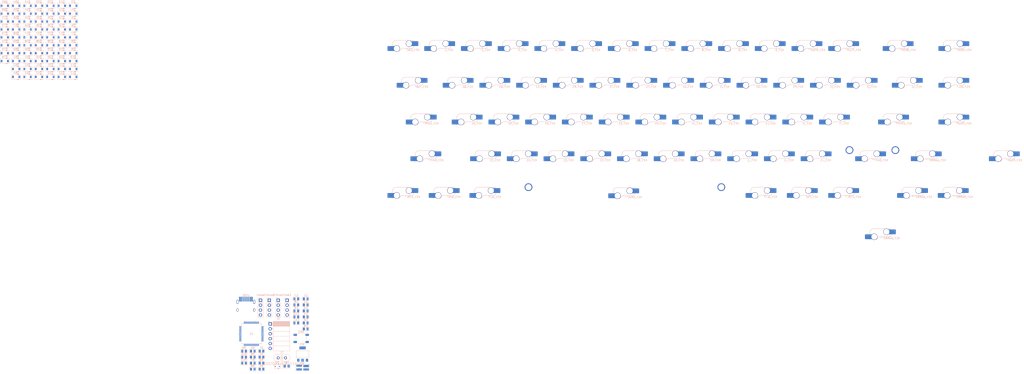
<source format=kicad_pcb>
(kicad_pcb (version 20241229) (generator "pcbnew") (generator_version "9.0")
  (layers (0 "F.Cu" signal) (4 "In1.Cu" signal) (6 "In2.Cu" signal) (2 "B.Cu" signal) (13 "F.Paste" user) (15 "B.Paste" user) (5 "F.SilkS" user "F.Silkscreen") (7 "B.SilkS" user "B.Silkscreen") (1 "F.Mask" user) (3 "B.Mask" user) (25 "Edge.Cuts" user))
  (net 0 "")
  (net 1 "GND")
  (net 2 "+3.3V")
  (net 3 "+5V")
  (net 4 "Net-(D3-A)")
  (net 5 "Net-(D4-A)")
  (net 6 "Net-(D5-A)")
  (net 7 "Net-(D6-A)")
  (net 8 "Net-(D7-A)")
  (net 9 "Net-(D8-A)")
  (net 10 "Net-(D9-A)")
  (net 11 "Net-(D10-A)")
  (net 12 "Net-(D11-A)")
  (net 13 "Net-(D12-A)")
  (net 14 "Net-(D13-A)")
  (net 15 "Net-(D14-A)")
  (net 16 "Net-(D15-A)")
  (net 17 "Net-(D16-A)")
  (net 18 "Net-(D17-A)")
  (net 19 "Net-(D18-A)")
  (net 20 "Net-(D19-A)")
  (net 21 "Net-(D20-A)")
  (net 22 "Net-(D21-A)")
  (net 23 "Net-(D22-A)")
  (net 24 "Net-(D23-A)")
  (net 25 "Net-(D29-A)")
  (net 26 "Net-(D30-A)")
  (net 27 "Net-(D31-A)")
  (net 28 "Net-(D32-A)")
  (net 29 "Net-(D33-A)")
  (net 30 "Net-(D24-A)")
  (net 31 "Net-(D25-A)")
  (net 32 "Net-(D26-A)")
  (net 33 "Net-(D27-A)")
  (net 34 "Net-(D28-A)")
  (net 35 "Net-(D34-A)")
  (net 36 "/COL2")
  (net 37 "/COL3")
  (net 38 "/COL4")
  (net 39 "/COL5")
  (net 40 "/COL1")
  (net 41 "/ROT_TIMB")
  (net 42 "/ROT_TIMA")
  (net 43 "Net-(U1-OSCIN)")
  (net 44 "Net-(U1-OSCOUT)")
  (net 45 "Net-(U1-VCAP)")
  (net 46 "/NRST")
  (net 47 "/D+")
  (net 48 "/D-")
  (net 49 "/ROW1")
  (net 50 "/ROW2")
  (net 51 "/ROW3")
  (net 52 "/ROW4")
  (net 53 "/ROW5")
  (net 54 "Net-(D35-A)")
  (net 55 "/ROT_SW")
  (net 56 "/UART_TX_EAST")
  (net 57 "/UART_RX_EAST")
  (net 58 "Net-(U1-VDDA)")
  (net 59 "/RGB_DATAIN")
  (net 60 "Net-(D36-A)")
  (net 61 "Net-(D37-A)")
  (net 62 "Net-(D38-A)")
  (net 63 "Net-(D39-A)")
  (net 64 "Net-(D40-A)")
  (net 65 "Net-(D41-A)")
  (net 66 "Net-(D42-A)")
  (net 67 "Net-(D43-A)")
  (net 68 "Net-(D44-A)")
  (net 69 "Net-(D45-A)")
  (net 70 "Net-(D46-A)")
  (net 71 "Net-(D47-A)")
  (net 72 "Net-(D48-A)")
  (net 73 "Net-(D50-A)")
  (net 74 "Net-(D51-A)")
  (net 75 "Net-(D52-A)")
  (net 76 "Net-(D53-A)")
  (net 77 "Net-(D54-A)")
  (net 78 "Net-(D55-A)")
  (net 79 "Net-(D56-A)")
  (net 80 "Net-(D57-A)")
  (net 81 "Net-(D58-A)")
  (net 82 "/UART_TX_NORTH")
  (net 83 "/UART_RX_NORTH")
  (net 84 "Net-(USB1-CC2)")
  (net 85 "Net-(USB1-CC1)")
  (net 86 "Net-(U1-PA11)")
  (net 87 "Net-(U1-PA12)")
  (net 88 "Net-(U1-BOOT)")
  (net 89 "/JTCLK")
  (net 90 "Net-(J1-Pin_2)")
  (net 91 "/JTMS")
  (net 92 "Net-(J1-Pin_4)")
  (net 93 "Net-(J1-Pin_5)")
  (net 94 "Net-(J1-Pin_6)")
  (net 95 "/SWO")
  (net 96 "/UART_TX_SOUTH")
  (net 97 "/UART_RX_SOUTH")
  (net 99 "AGND")
  (net 100 "Net-(D59-A)")
  (net 101 "/UART_TX_WEST")
  (net 104 "Net-(D60-A)")
  (net 105 "Net-(D61-A)")
  (net 106 "Net-(D62-A)")
  (net 109 "Net-(D64-A)")
  (net 111 "Net-(D65-A)")
  (net 112 "Net-(D68-A)")
  (net 113 "/UART_RX_WEST")
  (net 114 "Net-(D71-A)")
  (net 115 "Net-(D72-A)")
  (net 116 "Net-(D73-A)")
  (net 119 "Net-(D2-A)")
  (net 124 "Net-(D74-A)")
  (net 125 "Net-(D75-A)")
  (net 126 "Net-(D76-A)")
  (net 127 "/COL12")
  (net 128 "/COL9")
  (net 129 "/COL10")
  (net 130 "/COL11")
  (net 131 "/COL6")
  (net 132 "/COL7")
  (net 133 "/COL8")
  (net 134 "/COL14")
  (net 135 "/COL13")
  (net 136 "/COL15")
  (footprint "PCM_marbastlib-mx:STAB_MX_2.25u" (layer "F.Cu") (at 288.2 85.725)
    (property "Reference" "S4" (hide yes))
    (property "Value" "MX_stab")
  )
  (footprint "PCM_marbastlib-mx:STAB_MX_P_2u" (layer "F.Cu") (at 276.225 104.775)
    (property "Reference" "S3" (hide yes))
    (property "Value" "MX_stab")
  )
  (footprint "PCM_marbastlib-mx:STAB_MX_P_6.25u" (layer "F.Cu") (at 147.85375 123.98375)
    (property "Reference" "S2" (hide yes))
    (property "Value" "MX_stab")
  )
  (footprint "PCM_marbastlib-mx:STAB_MX_2u" (layer "F.Cu") (at 290.5125 47.625)
    (property "Reference" "S5" (hide yes))
    (property "Value" "MX_stab")
  )
  (footprint "PCM_marbastlib-mx:STAB_MX_2.25u" (layer "F.Cu") (at 45.24375 104.775)
    (property "Reference" "S1" (hide yes))
    (property "Value" "MX_stab")
  )
  (footprint "PCM_Resistor_SMD_AKL:R_0805_2012Metric" (layer "B.Cu") (at -45.1515 205.13825 180)
    (property "Reference" "R6")
    (property "Value" "22" (hide yes))
  )
  (footprint "PCM_marbastlib-mx:SW_MX_HS_CPG151101S11_1u" (layer "B.Cu") (at 52.41 47.625 180)
    (property "Reference" "KEY_1")
    (property "Value" "MX_SW_HS")
  )
  (footprint "PCM_marbastlib-mx:SW_MX_HS_CPG151101S11_1u" (layer "B.Cu") (at 233.4375 66.675 180)
    (property "Reference" "KEY_P1")
    (property "Value" "MX_SW_HS")
  )
  (footprint "PCM_Diode_SMD_AKL:D_SOD-123" (layer "B.Cu") (at -156.0315 35.19825 180)
    (property "Reference" "D36")
    (property "Value" "1N4148W" (hide yes))
  )
  (footprint "PCM_Capacitor_SMD_AKL:C_0805_2012Metric" (layer "B.Cu") (at -22.584182 178.02825 180)
    (property "Reference" "C8")
    (property "Value" "10uF" (hide yes))
  )
  (footprint "PCM_marbastlib-mx:SW_MX_HS_CPG151101S11_1u" (layer "B.Cu") (at 319.0875 47.625 180)
    (property "Reference" "KEY_HOME1")
    (property "Value" "MX_SW_HS")
  )
  (footprint "PCM_Diode_SMD_AKL:D_SOD-123" (layer "B.Cu") (at -167.8715 26.99825 180)
    (property "Reference" "D55")
    (property "Value" "1N4148W" (hide yes))
  )
  (footprint "PCM_marbastlib-mx:SW_MX_HS_CPG151101S11_1u" (layer "B.Cu") (at 247.65 104.775 180)
    (property "Reference" "KEY_/1")
    (property "Value" "MX_SW_HS")
  )
  (footprint "PCM_Diode_SMD_AKL:D_SOD-123" (layer "B.Cu") (at -173.7915 31.09825 180)
    (property "Reference" "D71")
    (property "Value" "1N4148W" (hide yes))
  )
  (footprint "PCM_marbastlib-mx:SW_MX_HS_CPG151101S11_1u" (layer "B.Cu") (at 223.86 47.625 180)
    (property "Reference" "KEY_0")
    (property "Value" "MX_SW_HS")
  )
  (footprint "PCM_marbastlib-mx:SW_MX_HS_CPG151101S11_1u" (layer "B.Cu") (at 190.5 104.775 180)
    (property "Reference" "KEY_M1")
    (property "Value" "MX_SW_HS")
  )
  (footprint "PCM_Diode_SMD_AKL:D_SOD-123" (layer "B.Cu") (at -156.0315 43.39825 180)
    (property "Reference" "D38")
    (property "Value" "1N4148W" (hide yes))
  )
  (footprint "PCM_Diode_SMD_AKL:D_SOD-123" (layer "B.Cu") (at -144.1915 59.79825 180)
    (property "Reference" "D22")
    (property "Value" "1N4148W" (hide yes))
  )
  (footprint "PCM_marbastlib-mx:SW_MX_HS_CPG151101S11_1u" (layer "B.Cu") (at 133.35 104.775 180)
    (property "Reference" "KEY_V1")
    (property "Value" "MX_SW_HS")
  )
  (footprint "PCM_marbastlib-mx:SW_MX_HS_CPG151101S11_1u" (layer "B.Cu") (at 219.075 85.725 180)
    (property "Reference" "KEY_L1")
    (property "Value" "MX_SW_HS")
  )
  (footprint "PCM_Diode_SMD_AKL:D_SOD-123" (layer "B.Cu") (at -150.1115 47.49825 180)
    (property "Reference" "D29")
    (property "Value" "1N4148W" (hide yes))
  )
  (footprint "PCM_marbastlib-mx:SW_MX_HS_CPG151101S11_1u" (layer "B.Cu") (at 176.2875 66.675 180)
    (property "Reference" "KEY_U1")
    (property "Value" "MX_SW_HS")
  )
  (footprint "PCM_Resistor_SMD_AKL:R_0805_2012Metric" (layer "B.Cu") (at -49.6715 208.25825 180)
    (property "Reference" "R13")
    (property "Value" "DNP" (hide yes))
  )
  (footprint "PCM_marbastlib-mx:SW_MX_HS_CPG151101S11_1u" (layer "B.Cu") (at 318.77 123.825 180)
    (property "Reference" "KEY_RARROW1")
    (property "Value" "MX_SW_HS")
  )
  (footprint "PCM_Diode_SMD_AKL:D_SOD-123" (layer "B.Cu") (at -144.1915 43.39825 180)
    (property "Reference" "D18")
    (property "Value" "1N4148W" (hide yes))
  )
  (footprint "PCM_Diode_SMD_AKL:D_SOD-123" (layer "B.Cu") (at -138.2715 22.89825 180)
    (property "Reference" "D3")
    (property "Value" "1N4148W" (hide yes))
  )
  (footprint "PCM_marbastlib-mx:SW_MX_HS_CPG151101S11_1u" (layer "B.Cu") (at 33.3375 123.825 180)
    (property "Reference" "KEY_CTRL1")
    (property "Value" "MX_SW_HS")
  )
  (footprint "PCM_Diode_SMD_AKL:D_SOD-123" (layer "B.Cu") (at -150.1115 22.89825 180)
    (property "Reference" "D23")
    (property "Value" "1N4148W" (hide yes))
  )
  (footprint "PCM_marbastlib-mx:SW_MX_HS_CPG151101S11_1u" (layer "B.Cu") (at 147.85375 123.98375 180)
    (property "Reference" "KEY_SPACE1")
    (property "Value" "MX_SW_HS")
  )
  (footprint "PCM_marbastlib-mx:SW_MX_HS_CPG151101S11_1u" (layer "B.Cu") (at 104.775 85.725 180)
    (property "Reference" "KEY_D1")
    (property "Value" "MX_SW_HS")
  )
  (footprint "PCM_Diode_SMD_AKL:D_SOD-123" (layer "B.Cu") (at -167.8715 43.39825 180)
    (property "Reference" "D59")
    (property "Value" "1N4148W" (hide yes))
  )
  (footprint "PCM_Diode_SMD_AKL:D_SOD-123" (layer "B.Cu") (at -173.7915 22.89825 180)
    (property "Reference" "D65")
    (property "Value" "1N4148W" (hide yes))
  )
  (footprint "Connector_PinSocket_2.54mm:PinSocket_1x04_P2.54mm_Vertical" (layer "B.Cu") (at -31.9465 175.67325 180)
    (property "Reference" "North1")
    (property "Value" "Conn_01x04")
  )
  (footprint "PCM_Resistor_SMD_AKL:R_0805_2012Metric" (layer "B.Cu") (at -45.1515 202.01825 180)
    (property "Reference" "R5")
    (property "Value" "10k" (hide yes))
  )
  (footprint "PCM_Resistor_SMD_AKL:R_0805_2012Metric" (layer "B.Cu") (at -49.6715 205.13825 180)
    (property "Reference" "R10")
    (property "Value" "DNP" (hide yes))
  )
  (footprint "Connector_PinSocket_2.54mm:PinSocket_1x04_P2.54mm_Vertical" (layer "B.Cu") (at -41.1465 175.67325 180)
    (property "Reference" "West1")
    (property "Value" "Conn_01x04")
  )
  (footprint "PCM_Diode_SMD_AKL:D_SOD-123" (layer "B.Cu") (at -156.0315 51.59825 180)
    (property "Reference" "D40")
    (property "Value" "1N4148W" (hide yes))
  )
  (footprint "PCM_marbastlib-mx:SW_MX_HS_CPG151101S11_1u" (layer "B.Cu") (at 95.25 104.775 180)
    (property "Reference" "KEY_X1")
    (property "Value" "MX_SW_HS")
  )
  (footprint "PCM_Diode_SMD_AKL:D_SOD-123" (layer "B.Cu") (at -150.1115 35.19825 180)
    (property "Reference" "D26")
    (property "Value" "1N4148W" (hide yes))
  )
  (footprint "PCM_Diode_SMD_AKL:D_SOD-123" (layer "B.Cu") (at -167.8715 55.69825 180)
    (property "Reference" "D62")
    (property "Value" "1N4148W" (hide yes))
  )
  (footprint "PCM_Diode_SMD_AKL:D_SOD-123" (layer "B.Cu") (at -144.1915 39.29825 180)
    (property "Reference" "D17")
    (property "Value" "1N4148W" (hide yes))
  )
  (footprint "PCM_marbastlib-mx:SW_MX_HS_CPG151101S11_1u" (layer "B.Cu") (at 71.46 47.625 180)
    (property "Reference" "KEY_2")
    (property "Value" "MX_SW_HS")
  )
  (footprint "PCM_Diode_SMD_AKL:D_SOD-123" (layer "B.Cu") (at -144.1915 26.99825 180)
    (property "Reference" "D14")
    (property "Value" "1N4148W" (hide yes))
  )
  (footprint "PCM_marbastlib-mx:SW_MX_HS_CPG151101S11_1u" (layer "B.Cu") (at 161.925 85.725 180)
    (property "Reference" "KEY_H1")
    (property "Value" "MX_SW_HS")
  )
  (footprint "PCM_marbastlib-mx:SW_MX_HS_CPG151101S11_1u" (layer "B.Cu") (at 185.76 47.625 180)
    (property "Reference" "KEY_8")
    (property "Value" "MX_SW_HS")
  )
  (footprint "PCM_marbastlib-mx:SW_MX_HS_CPG151101S11_1u" (layer "B.Cu") (at 147.66 47.625 180)
    (property "Reference" "KEY_6")
    (property "Value" "MX_SW_HS")
  )
  (footprint "PCM_Diode_SMD_AKL:D_SOD-123" (layer "B.Cu") (at -156.0315 59.79825 180)
    (property "Reference" "D42")
    (property "Value" "1N4148W" (hide yes))
  )
  (footprint "PCM_marbastlib-mx:SW_MX_HS_CPG151101S11_1u" (layer "B.Cu") (at 240.50625 123.825 180)
    (property "Reference" "KEY_FN1")
    (property "Value" "MX_SW_HS")
  )
  (footprint "PCM_marbastlib-mx:SW_MX_HS_CPG151101S11_1u" (layer "B.Cu") (at 33.3375 47.625 180)
    (property "Reference" "KEY_ESC1")
    (property "Value" "MX_SW_HS")
  )
  (footprint "PCM_Diode_SMD_AKL:D_SOD-123" (layer "B.Cu") (at -156.0315 22.89825 180)
    (property "Reference" "D33")
    (property "Value" "1N4148W" (hide yes))
  )
  (footprint "PCM_marbastlib-mx:SW_MX_HS_CPG151101S11_1u" (layer "B.Cu") (at 90.51 47.625 180)
    (property "Reference" "KEY_3")
    (property "Value" "MX_SW_HS")
  )
  (footprint "PCM_marbastlib-mx:SW_MX_HS_CPG151101S11_1u" (layer "B.Cu") (at 66.675 85.725 180)
    (property "Reference" "KEY_A1")
    (property "Value" "MX_SW_HS")
  )
  (footprint "PCM_marbastlib-mx:SW_MX_HS_CPG151101S11_1u" (layer "B.Cu") (at 214.3875 66.675 180)
    (property "Reference" "KEY_O1")
    (property "Value" "MX_SW_HS")
  )
  (footprint "PCM_Diode_SMD_AKL:D_SOD-123" (layer "B.Cu") (at -156.0315 31.09825 180)
    (property "Reference" "D35")
    (property "Value" "1N4148W" (hide yes))
  )
  (footprint "PCM_marbastlib-mx:SW_MX_HS_CPG151101S11_1u" (layer "B.Cu") (at 280.9875 145.25625 180)
    (property "Reference" "KEY_DARROW1")
    (property "Value" "MX_SW_HS")
  )
  (footprint "PCM_marbastlib-mx:SW_MX_HS_CPG151101S11_1u" (layer "B.Cu") (at 171.45 104.775 180)
    (property "Reference" "KEY_N1")
    (property "Value" "MX_SW_HS")
  )
  (footprint "PCM_Diode_SMD_AKL:D_SOD-123" (layer "B.Cu") (at -173.7915 35.19825 180)
    (property "Reference" "D72")
    (property "Value" "1N4148W" (hide yes))
  )
  (footprint "PCM_Diode_SMD_AKL:D_SOD-123" (layer "B.Cu") (at -138.2715 59.79825 180)
    (property "Reference" "D12")
    (property "Value" "1N4148W" (hide yes))
  )
  (footprint "PCM_Diode_SMD_AKL:D_SOD-123" (layer "B.Cu") (at -161.9515 26.99825 180)
    (property "Reference" "D44")
    (property "Value" "1N4148W" (hide yes))
  )
  (footprint "PCM_Diode_SMD_AKL:D_SOD-123" (layer "B.Cu") (at -138.2715 26.99825 180)
    (property "Reference" "D4")
    (property "Value" "1N4148W" (hide yes))
  )
  (footprint "PCM_marbastlib-mx:SW_MX_HS_CPG151101S11_1u" (layer "B.Cu") (at 319.0875 66.675 180)
    (property "Reference" "KEY_DEL1")
    (property "Value" "MX_SW_HS")
  )
  (footprint "PCM_Resistor_SMD_AKL:R_0805_2012Metric" (layer "B.Cu") (at -40.6315 208.25825 180)
    (property "Reference" "R3")
    (property "Value" "22" (hide yes))
  )
  (footprint "PCM_marbastlib-mx:SW_MX_HS_CPG151101S11_1u" (layer "B.Cu") (at 138.1125 66.675 180)
    (property "Reference" "KEY_T1")
    (property "Value" "MX_SW_HS")
  )
  (footprint "PCM_marbastlib-mx:SW_MX_HS_CPG151101S11_1u" (layer "B.Cu") (at 109.56 47.625 180)
    (property "Reference" "KEY_4")
    (property "Value" "MX_SW_HS")
  )
  (footprint "PCM_Diode_SMD_AKL:D_SOD-123" (layer "B.Cu") (at -156.0315 47.49825 180)
    (property "Reference" "D39")
    (property "Value" "1N4148W" (hide yes))
  )
  (footprint "PCM_Capacitor_SMD_AKL:C_0805_2012Metric" (layer "B.Cu") (at -17.702394 190.50825 180)
    (property "Reference" "C6")
    (property "Value" "100nF" (hide yes))
  )
  (footprint "PCM_Resistor_SMD_AKL:R_0805_2012Metric" (layer "B.Cu") (at -45.1515 208.25825 180)
    (property "Reference" "R7")
    (property "Value" "22" (hide yes))
  )
  (footprint "PCM_Capacitor_SMD_AKL:C_0805_2012Metric" (layer "B.Cu") (at -17.702394 178.02825 180)
    (property "Reference" "C2")
    (property "Value" "20pF" (hide yes))
  )
  (footprint "PCM_Diode_SMD_AKL:D_SOD-123" (layer "B.Cu") (at -144.1915 47.49825 180)
    (property "Reference" "D19")
    (property "Value" "1N4148W" (hide yes))
  )
  (footprint "PCM_Capacitor_SMD_AKL:C_0805_2012Metric" (layer "B.Cu") (at -22.584182 181.14825 180)
    (property "Reference" "C9")
    (property "Value" "4.7uF" (hide yes))
  )
  (footprint "PCM_Diode_SMD_AKL:D_SOD-123" (layer "B.Cu") (at -161.9515 43.39825 180)
    (property "Reference" "D48")
    (property "Value" "1N4148W" (hide yes))
  )
  (footprint "PCM_Diode_SMD_AKL:D_SOD-123" (layer "B.Cu") (at -150.1115 39.29825 180)
    (property "Reference" "D27")
    (property "Value" "1N4148W" (hide yes))
  )
  (footprint "PCM_marbastlib-mx:SW_MX_HS_CPG151101S11_1u" (layer "B.Cu") (at 61.9875 66.675 180)
    (property "Reference" "KEY_Q1")
    (property "Value" "MX_SW_HS")
  )
  (footprint "PCM_marbastlib-mx:SW_MX_HS_CPG151101S11_1u" (layer "B.Cu") (at 304.8 104.775 180)
    (property "Reference" "KEY_UARROW1")
    (property "Value" "MX_SW_HS")
  )
  (footprint "PCM_Diode_SMD_AKL:D_SOD-123" (layer "B.Cu") (at -156.0315 55.69825 180)
    (property "Reference" "D41")
    (property "Value" "1N4148W" (hide yes))
  )
  (footprint "PCM_Diode_SMD_AKL:D_SOD-123" (layer "B.Cu") (at -138.2715 47.49825 180)
    (property "Reference" "D9")
    (property "Value" "1N4148W" (hide yes))
  )
  (footprint "PCM_Diode_SMD_AKL:D_SOD-123" (layer "B.Cu") (at -138.2715 31.09825 180)
    (property "Reference" "D5")
    (property "Value" "1N4148W" (hide yes))
  )
  (footprint "PCM_Diode_SMD_AKL:D_SOD-123" (layer "B.Cu") (at -138.2715 55.69825 180)
    (property "Reference" "D11")
    (property "Value" "1N4148W" (hide yes))
  )
  (footprint "PCM_Diode_SMD_AKL:D_SOD-123" (layer "B.Cu") (at -167.8715 47.49825 180)
    (property "Reference" "D60")
    (property "Value" "1N4148W" (hide yes))
  )
  (footprint "PCM_Capacitor_SMD_AKL:C_0805_2012Metric" (layer "B.Cu") (at -17.702394 184.26825 180)
    (property "Reference" "C4")
    (property "Value" "100nF" (hide yes))
  )
  (footprint "PCM_Diode_SMD_AKL:D_SOD-123" (layer "B.Cu") (at -167.8715 22.89825 180)
    (property "Reference" "D54")
    (property "Value" "1N4148W" (hide yes))
  )
  (footprint "Type-C.pretty-master:HRO-TYPE-C-31-M-12-HandSoldering" (layer "B.Cu") (at -48.7415 183.26825 180)
    (property "Reference" "USB1")
    (property "Value" "HRO-TYPE-C-31-M-12")
  )
  (footprint "PCM_Diode_SMD_AKL:D_SOD-123" (layer "B.Cu") (at -138.2715 35.19825 180)
    (property "Reference" "D6")
    (property "Value" "1N4148W" (hide yes))
  )
  (footprint "PCM_marbastlib-mx:SW_MX_HS_CPG151101S11_1u" (layer "B.Cu") (at 75.8825 123.825 180)
    (property "Reference" "KEY_ALT1")
    (property "Value" "MX_SW_HS")
  )
  (footprint "PCM_marbastlib-mx:SW_MX_HS_CPG151101S11_1u" (layer "B.Cu") (at 119.1125 66.675 180)
    (property "Reference" "KEY_R1")
    (property "Value" "MX_SW_HS")
  )
  (footprint "PCM_marbastlib-mx:SW_MX_HS_CPG151101S11_1u" (layer "B.Cu") (at 252.4875 66.675 180)
    (property "Reference" "KEY_[1")
    (property "Value" "MX_SW_HS")
  )
  (footprint "PCM_Diode_SMD_AKL:D_SOD-123" (layer "B.Cu") (at -173.7915 47.49825 180)
    (property "Reference" "D75")
    (property "Value" "1N4148W" (hide yes))
  )
  (footprint "PCM_marbastlib-mx:SW_MX_HS_CPG151101S11_1u" (layer "B.Cu") (at 200.025 85.725 180)
    (property "Reference" "KEY_K1")
    (property "Value" "MX_SW_HS")
  )
  (footprint "PCM_marbastlib-mx:SW_MX_HS_CPG151101S11_1u" (layer "B.Cu") (at 45.24375 104.775 180)
    (property "Reference" "KEY_SHIFT1")
    (property "Value" "MX_SW_HS")
  )
  (footprint "PCM_marbastlib-various:SW_SPST_SKQG_WithStem" (layer "B.Cu") (at -20.0365 195.44325 180)
    (property "Reference" "SW2")
    (property "Value" "Push_Button")
  )
  (footprint "PCM_Diode_SMD_AKL:D_SOD-123" (layer "B.Cu") (at -167.8715 39.29825 180)
    (property "Reference" "D58")
    (property "Value" "1N4148W" (hide yes))
  )
  (footprint "PCM_Diode_SMD_AKL:D_SOD-123" (layer "B.Cu") (at -144.1915 51.59825 180)
    (property "Reference" "D20")
    (property "Value" "1N4148W" (hide yes))
  )
  (footprint "PCM_Diode_SMD_AKL:D_SOD-123" (layer "B.Cu") (at -144.1915 31.09825 180)
    (property "Reference" "D15")
    (property "Value" "1N4148W" (hide yes))
  )
  (footprint "PCM_marbastlib-mx:SW_MX_HS_CPG151101S11_1u" (layer "B.Cu") (at 38.1 66.675 180)
    (property "Reference" "KEY_TAB1")
    (property "Value" "MX_SW_HS")
  )
  (footprint "PCM_Diode_SMD_AKL:D_SOD-323" (layer "B.Cu") (at -32.4015 209.99825 180)
    (property "Reference" "D2")
    (property "Value" "BAT60JFILM" (hide yes))
  )
  (footprint "PCM_Diode_SMD_AKL:D_SOD-123" (layer "B.Cu") (at -161.9515 55.69825 180)
    (property "Reference" "D52")
    (property "Value" "1N4148W" (hide yes))
  )
  (footprint "PCM_marbastlib-mx:SW_MX_HS_CPG151101S11_1u" (layer "B.Cu") (at 100.0875 66.675 180)
    (property "Reference" "KEY_E1")
    (property "Value" "MX_SW_HS")
  )
  (footprint "PCM_marbastlib-mx:SW_MX_HS_CPG151101S11_1u" (layer "B.Cu") (at 54.76875 123.825 180)
    (property "Reference" "KEY_WIN1")
    (property "Value" "MX_SW_HS")
  )
  (footprint "PCM_Diode_SMD_AKL:D_SOD-123" (layer "B.Cu") (at -161.9515 59.79825 180)
    (property "Reference" "D53")
    (property "Value" "1N4148W" (hide yes))
  )
  (footprint "PCM_marbastlib-mx:SW_MX_HS_CPG151101S11_1u" (layer "B.Cu") (at 152.4 104.775 180)
    (property "Reference" "KEY_B1")
    (property "Value" "MX_SW_HS")
  )
  (footprint "PCM_Resistor_SMD_AKL:R_0805_2012Metric" (layer "B.Cu") (at -40.6315 205.13825 180)
    (property "Reference" "R2")
    (property "Value" "5.1k" (hide yes))
  )
  (footprint "PCM_marbastlib-mx:SW_MX_HS_CPG151101S11_1u" (layer "B.Cu") (at 261.9375 123.825 180)
    (property "Reference" "KEY_CTRL2")
    (property "Value" "MX_SW_HS")
  )
  (footprint "PCM_marbastlib-mx:SW_MX_HS_CPG151101S11_1u" (layer "B.Cu") (at 142.93625 85.725 180)
    (property "Reference" "KEY_G1")
    (property "Value" "MX_SW_HS")
  )
  (footprint "PCM_Capacitor_SMD_AKL:C_0805_2012Metric" (layer "B.Cu") (at -22.584182 184.26825 180)
    (property "Reference" "C10")
    (property "Value" "1uF" (hide yes))
  )
  (footprint "PCM_marbastlib-mx:SW_MX_HS_CPG151101S11_1u" (layer "B.Cu") (at 85.725 85.725 180)
    (property "Reference" "KEY_S1")
    (property "Value" "MX_SW_HS")
  )
  (footprint "PCM_Diode_SMD_AKL:D_SOD-123" (layer "B.Cu") (at -144.1915 35.19825 180)
    (property "Reference" "D16")
    (property "Value" "1N4148W" (hide yes))
  )
  (footprint "PCM_marbastlib-mx:SW_MX_HS_CPG151101S11_1u" (layer "B.Cu") (at 345.28125 104.775 180)
    (property "Reference" "KEY_PGDN1")
    (property "Value" "MX_SW_HS")
  )
  (footprint "PCM_Capacitor_SMD_AKL:C_0805_2012Metric" (layer "B.Cu") (at -22.584182 187.38825 180)
    (property "Reference" "C11")
    (property "Value" "0.1uF" (hide yes))
  )
  (footprint "PCM_Diode_SMD_AKL:D_SOD-123" (layer "B.Cu") (at -161.9515 31.09825 180)
    (property "Reference" "D45")
    (property "Value" "1N4148W" (hide yes))
  )
  (footprint "PCM_marbastlib-mx:SW_MX_HS_CPG151101S11_1u" (layer "B.Cu") (at 42.8625 85.725 180)
    (property "Reference" "KEY_CAPS1")
    (property "Value" "MX_SW_HS")
  )
  (footprint "PCM_marbastlib-mx:SW_MX_HS_CPG151101S11_1u" (layer "B.Cu") (at 123.825 85.725 180)
    (property "Reference" "KEY_F1")
    (property "Value" "MX_SW_HS")
  )
  (footprint "PCM_marbastlib-mx:SW_MX_HS_CPG151101S11_1u" (layer "B.Cu") (at 195.3125 66.675 180)
    (property "Reference" "KEY_I1")
    (property "Value" "MX_SW_HS")
  )
  (footprint "PCM_Diode_SMD_AKL:D_SOD-123" (layer "B.Cu") (at -161.9515 51.59825 180)
    (property "Reference" "D51")
    (property "Value" "1N4148W" (hide yes))
  )
  (footprint "PCM_Diode_SMD_AKL:D_SOD-123" (layer "B.Cu") (at -150.1115 26.99825 180)
    (property "Reference" "D24")
    (property "Value" "1N4148W" (hide yes))
  )
  (footprint "PCM_marbastlib-mx:SW_MX_HS_CPG151101S11_1u" (layer "B.Cu") (at 294.9575 66.675 180)
    (property "Reference" "KEY_\\1")
    (property "Value" "MX_SW_HS")
  )
  (footprint "PCM_Diode_SMD_AKL:D_SOD-123" (layer "B.Cu") (at -167.8715 59.79825 180)
    (property "Reference" "D64")
    (property "Value" "1N4148W" (hide yes))
  )
  (footprint "PCM_Diode_SMD_AKL:D_SOD-123" (layer "B.Cu") (at -161.9515 47.49825 180)
    (property "Reference" "D50")
    (property "Value" "1N4148W" (hide yes))
  )
  (footprint "PCM_Resistor_SMD_AKL:R_0805_2012Metric" (layer "B.Cu") (at -49.6715 202.01825 180)
    (property "Reference" "R9")
    (property "Value" "22" (hide yes))
  )
  (footprint "PCM_Diode_SMD_AKL:D_SOD-123" (layer "B.Cu") (at -150.1115 55.69825 180)
    (property "Reference" "D31")
    (property "Value" "1N4148W" (hide yes))
  )
  (footprint "PCM_Fuse_AKL:Fuse_0805_2012Metric_Pad1.15x1.40mm_BigPads" (layer "B.Cu") (at -27.5815 209.80825 180)
    (property "Reference" "FB1")
    (property "Value" "Ferrite_Bead" (hide yes))
  )
  (footprint "PCM_marbastlib-mx:SW_MX_HS_CPG151101S11_1u" (layer "B.Cu") (at 290.195 47.625 180)
    (property "Reference" "KEY_BKSP1")
    (property "Value" "MX_SW_HS")
  )
  (footprint "PCM_Diode_SMD_AKL:D_SOD-123" (layer "B.Cu") (at -150.1115 31.09825 180)
    (property "Reference" "D25")
    (property "Value" "1N4148W" (hide yes))
  )
  (footprint "PCM_marbastlib-mx:SW_MX_HS_CPG151101S11_1u" (layer "B.Cu") (at 242.91 47.625 180)
    (property "Reference" "KEY_MINUS1")
    (property "Value" "MX_SW_HS")
  )
  (footprint "PCM_Diode_SMD_AKL:D_SOD-123" (layer "B.Cu") (at -173.7915 26.99825 180)
    (property "Reference" "D68")
    (property "Value" "1N4148W" (hide yes))
  )
  (footprint "PCM_marbastlib-mx:SW_MX_HS_CPG151101S11_1u" (layer "B.Cu") (at 209.55 104.775 180)
    (property "Reference" "KEY_,1")
    (property "Value" "MX_SW_HS")
  )
  (footprint "PCM_Diode_SMD_AKL:D_SOD-123" (layer "B.Cu") (at -161.9515 39.29825 180)
    (property "Reference" "D47")
    (property "Value" "1N4148W" (hide yes))
  )
  (footprint "PCM_marbastlib-mx:SW_MX_HS_CPG151101S11_1u" (layer "B.Cu") (at 238.13625 85.725 180)
    (property "Reference" "KEY_;1")
    (property "Value" "MX_SW_HS")
  )
  (footprint "PCM_marbastlib-mx:SW_MX_HS_CPG151101S11_1u" (layer "B.Cu") (at 157.2375 66.675 180)
    (property "Reference" "KEY_Y1")
    (property "Value" "MX_SW_HS")
  )
  (footprint "PCM_Diode_SMD_AKL:D_SOD-123" (layer "B.Cu") (at -161.9515 35.19825 180)
    (property "Reference" "D46")
    (property "Value" "1N4148W" (hide yes))
  )
  (footprint "PCM_Package_TO_SOT_SMD_AKL:SOT-143_Handsoldering" (layer "B.Cu") (at -19.314 210.54325 180)
    (property "Reference" "D1")
    (property "Value" "PRTR5V0U2X")
  )
  (footprint "PCM_Diode_SMD_AKL:D_SOD-123" (layer "B.Cu") (at -156.0315 26.99825 180)
    (property "Reference" "D34")
    (property "Value" "1N4148W" (hide yes))
  )
  (footprint "Connector_PinSocket_2.54mm:PinSocket_1x06_P2.54mm_Horizontal" (layer "B.Cu") (at -36.0965 187.92325 180)
    (property "Reference" "J1")
    (property "Value" "Conn_01x06")
  )
  (footprint "PCM_marbastlib-mx:SW_MX_HS_CPG151101S11_1u" (layer "B.Cu") (at 261.9375 47.625 180)
    (property "Reference" "KEY_PLUS1")
    (property "Value" "MX_SW_HS")
  )
  (footprint "Connector_PinSocket_2.54mm:PinSocket_1x04_P2.54mm_Vertical" (layer "B.Cu") (at -27.3465 175.67325 180)
    (property "Reference" "East1")
    (property "Value" "Conn_01x04")
  )
  (footprint "PCM_marbastlib-mx:SW_MX_HS_CPG151101S11_1u" (layer "B.Cu") (at 114.3 104.775 180)
    (property "Reference" "KEY_C1")
    (property "Value" "MX_SW_HS")
  )
  (footprint "PCM_marbastlib-mx:SW_MX_HS_CPG151101S11_1u" (layer "B.Cu") (at 166.71 47.625 180)
    (property "Reference" "KEY_7")
    (property "Value" "MX_SW_HS")
  )
  (footprint "PCM_Diode_SMD_AKL:D_SOD-123" (layer "B.Cu") (at -150.1115 51.59825 180)
    (property "Reference" "D30")
    (property "Value" "1N4148W" (hide yes))
  )
  (footprint "PCM_Resistor_SMD_AKL:R_0805_2012Metric" (layer "B.Cu") (at -40.6315 211.37825 180)
    (property "Reference" "R4")
    (property "Value" "22" (hide yes))
  )
  (footprint "PCM_marbastlib-mx:SW_MX_HS_CPG151101S11_1u" (layer "B.Cu") (at 76.2 104.775 180)
    (property "Reference" "KEY_Z1")
    (property "Value" "MX_SW_HS")
  )
  (footprint "PCM_Diode_SMD_AKL:D_SOD-123" (layer "B.Cu") (at -156.0315 39.29825 180)
    (property "Reference" "D37")
    (property "Value" "1N4148W" (hide yes))
  )
  (footprint "PCM_Diode_SMD_AKL:D_SOD-123" (layer "B.Cu") (at -144.1915 55.69825 180)
    (property "Reference" "D21")
    (property "Value" "1N4148W" (hide yes))
  )
  (footprint "PCM_marbastlib-mx:SW_MX_HS_CPG151101S11_1u" (layer "B.Cu") (at 128.61 47.625 180)
    (property "Reference" "KEY_5")
    (property "Value" "MX_SW_HS")
  )
  (footprint "PCM_Diode_SMD_AKL:D_SOD-123" (layer "B.Cu") (at -161.9515 22.89825 180)
    (property "Reference" "D43")
    (property "Value" "1N4148W" (hide yes))
  )
  (footprint "footprints:LQFP64-10x10mm" (layer "B.Cu") (at -45.8748 193.02935 180)
    (property "Reference" "U1")
    (property "Value" "~")
  )
  (footprint "PCM_Diode_SMD_AKL:D_SOD-123" (layer "B.Cu") (at -144.1915 22.89825 180)
    (property "Reference" "D13")
    (property "Value" "1N4148W" (hide yes))
  )
  (footprint "PCM_Capacitor_SMD_AKL:C_0805_2012Metric" (layer "B.Cu") (at -17.702394 187.38825 180)
    (property "Reference" "C5")
    (property "Value" "100nF" (hide yes))
  )
  (footprint "PCM_Capacitor_SMD_AKL:C_0805_2012Metric" (layer "B.Cu") (at -22.584182 174.90825 180)
    (property "Reference" "C7")
    (property "Value" "1uF" (hide yes))
  )
  (footprint "PCM_marbastlib-mx:SW_MX_HS_CPG151101S11_1u" (layer "B.Cu") (at 257.175 85.725 180)
    (property "Reference" "KEY_'1")
    (property "Value" "MX_SW_HS")
  )
  (footprint "PCM_Diode_SMD_AKL:D_SOD-123" (layer "B.Cu") (at -173.7915 43.39825 180)
    (property "Reference" "D74")
    (property "Value" "1N4148W" (hide yes))
  )
  (footprint "PCM_marbastlib-mx:SW_MX_HS_CPG151101S11_1u" (layer "B.Cu") (at 219.075 123.825 180)
    (property "Reference" "KEY_ALT2")
    (property "Value" "MX_SW_HS")
  )
  (footprint "PCM_marbastlib-mx:SW_MX_HS_CPG151101S11_1u" (layer "B.Cu") (at 180.975 85.725 180)
    (property "Reference" "KEY_J1")
    (property "Value" "MX_SW_HS")
  )
  (footprint "PCM_marbastlib-mx:SW_MX_HS_CPG151101S11_1u" (layer "B.Cu") (at 204.81 47.625 180)
    (property "Reference" "KEY_9")
    (property "Value" "MX_SW_HS")
  )
  (footprint "Connector_PinSocket_2.54mm:PinSocket_1x04_P2.54mm_Vertical" (layer "B.Cu") (at -36.5465 175.67325 180)
    (property "Reference" "South1")
    (property "Value" "Conn_01x04")
  )
  (footprint "PCM_Crystal_AKL:Crystal_HC52-U_Vertical" (layer "B.Cu") (at -28.1465 205.52325 180)
    (property "Reference" "Y1")
    (property "Value" "8MHz" (hide yes))
  )
  (footprint "PCM_marbastlib-mx:SW_MX_HS_CPG151101S11_1u" (layer "B.Cu") (at 271.5375 66.675 180)
    (property "Reference" "KEY_]1")
    (property "Value" "MX_SW_HS")
  )
  (footprint "PCM_marbastlib-mx:SW_MX_HS_CPG151101S11_1u" (layer "B.Cu") (at 275.9075 104.775 180)
    (property "Reference" "KEY_SHIFT2")
    (property "Value" "MX_SW_HS")
  )
  (footprint "PCM_Diode_SMD_AKL:D_SOD-123" (layer "B.Cu") (at -173.7915 51.59825 180)
    (property "Reference" "D76")
    (property "Value" "1N4148W" (hide yes))
  )
  (footprint "PCM_marbastlib-mx:SW_MX_HS_CPG151101S11_1u" (layer "B.Cu") (at 297.65625 123.825 180)
    (property "Reference" "KEY_DARROW2")
    (property "Value" "MX_SW_HS")
  )
  (footprint "PCM_Resistor_SMD_AKL:R_0805_2012Metric" (layer "B.Cu") (at -40.6315 202.01825 180)
    (property "Reference" "R1")
    (property "Value" "5.1k" (hide yes))
  )
  (footprint "PCM_Diode_SMD_AKL:D_SOD-123" (layer "B.Cu") (at -138.2715 39.29825 180)
    (property "Reference" "D7")
    (property "Value" "1N4148W" (hide yes))
  )
  (footprint "PCM_Diode_SMD_AKL:D_SOD-123" (layer "B.Cu") (at -150.1115 43.39825 180)
    (property "Reference" "D28")
    (property "Value" "1N4148W" (hide yes))
  )
  (footprint "PCM_Diode_SMD_AKL:D_SOD-123" (layer "B.Cu") (at -150.1115 59.79825 180)
    (property "Reference" "D32")
    (property "Value" "1N4148W" (hide yes))
  )
  (footprint "PCM_Diode_SMD_AKL:D_SOD-123" (layer "B.Cu") (at -167.8715 35.19825 180)
    (property "Reference" "D57")
    (property "Value" "1N4148W" (hide yes))
  )
  (footprint "PCM_Capacitor_SMD_AKL:C_0805_2012Metric" (layer "B.Cu") (at -17.702394 174.90825 180)
    (property "Reference" "C1")
    (property "Value" "20pF" (hide yes))
  )
  (footprint "PCM_Resistor_SMD_AKL:R_0805_2012Metric" (layer "B.Cu") (at -45.1515 211.37825 180)
    (property "Reference" "R8")
    (property "Value" "22" (hide yes))
  )
  (footprint "PCM_marbastlib-mx:SW_MX_HS_CPG151101S11_1u" (layer "B.Cu") (at 287.81375 85.725 180)
    (property "Reference" "KEY_ENTER1")
    (property "Value" "MX_SW_HS")
  )
  (footprint "PCM_Diode_SMD_AKL:D_SOD-123" (layer "B.Cu") (at -138.2715 51.59825 180)
    (property "Reference" "D10")
    (property "Value" "1N4148W" (hide yes))
  )
  (footprint "PCM_Diode_SMD_AKL:D_SOD-123" (layer "B.Cu") (at -138.2715 43.39825 180)
    (property "Reference" "D8")
    (property "Value" "1N4148W" (hide yes))
  )
  (footprint "PCM_Diode_SMD_AKL:D_SOD-123" (layer "B.Cu") (at -167.8715 31.09825 180)
    (property "Reference" "D56")
    (property "Value" "1N4148W" (hide yes))
  )
  (footprint "PCM_Diode_SMD_AKL:D_SOD-123" (layer "B.Cu") (at -167.8715 51.59825 180)
    (property "Reference" "D61")
    (property "Value" "1N4148W" (hide yes))
  )
  (footprint "PCM_4ms_Package_SOT:SOT223" (layer "B.Cu") (at -19.3365 203.54325 180)
    (property "Reference" "IC1")
    (property "Value" "LD1117-3.3V-SOT223")
  )
  (footprint "PCM_marbastlib-mx:SW_MX_HS_CPG151101S11_1u" (layer "B.Cu") (at 319.0875 85.725 180)
    (property "Reference" "KEY_PGUP1")
    (property "Value" "MX_SW_HS")
  )
  (footprint "PCM_Capacitor_SMD_AKL:C_0805_2012Metric" (layer "B.Cu") (at -17.702394 181.14825 180)
    (property "Reference" "C3")
    (property "Value" "100nF" (hide yes))
  )
  (footprint "PCM_Diode_SMD_AKL:D_SOD-123" (layer "B.Cu") (at -173.7915 39.29825 180)
    (property "Reference" "D73")
    (property "Value" "1N4148W" (hide yes))
  )
  (footprint "PCM_marbastlib-mx:SW_MX_HS_CPG151101S11_1u" (layer "B.Cu") (at 228.6 104.775 180)
    (property "Reference" "KEY_.1")
    (property "Value" "MX_SW_HS")
  )
  (footprint "PCM_marbastlib-mx:SW_MX_HS_CPG151101S11_1u" (layer "B.Cu") (at 81.0375 66.675 180)
    (property "Reference" "KEY_W1")
    (property "Value" "MX_SW_HS")
  )
)
</source>
